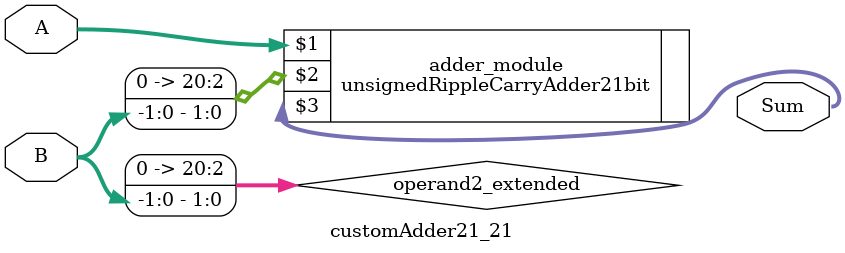
<source format=v>
module customAdder21_21(
                        input [20 : 0] A,
                        input [-1 : 0] B,
                        
                        output [21 : 0] Sum
                );

        wire [20 : 0] operand2_extended;
        
        assign operand2_extended =  {21'b0, B};
        
        unsignedRippleCarryAdder21bit adder_module(
            A,
            operand2_extended,
            Sum
        );
        
        endmodule
        
</source>
